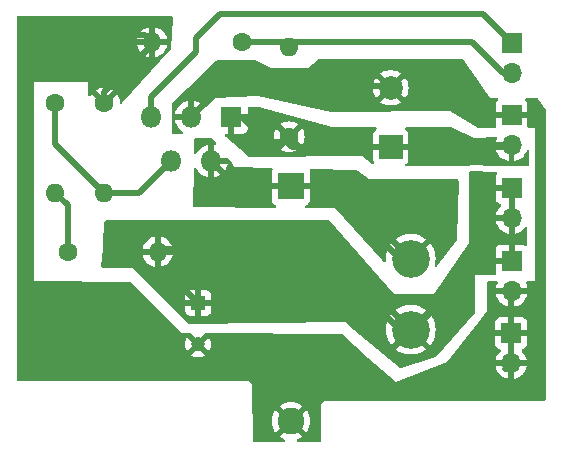
<source format=gbr>
%TF.GenerationSoftware,KiCad,Pcbnew,8.0.8*%
%TF.CreationDate,2025-04-08T16:04:28-04:00*%
%TF.ProjectId,Power System,506f7765-7220-4537-9973-74656d2e6b69,rev?*%
%TF.SameCoordinates,Original*%
%TF.FileFunction,Copper,L2,Bot*%
%TF.FilePolarity,Positive*%
%FSLAX46Y46*%
G04 Gerber Fmt 4.6, Leading zero omitted, Abs format (unit mm)*
G04 Created by KiCad (PCBNEW 8.0.8) date 2025-04-08 16:04:28*
%MOMM*%
%LPD*%
G01*
G04 APERTURE LIST*
%TA.AperFunction,ComponentPad*%
%ADD10R,1.200000X1.200000*%
%TD*%
%TA.AperFunction,ComponentPad*%
%ADD11C,1.200000*%
%TD*%
%TA.AperFunction,ComponentPad*%
%ADD12C,1.600000*%
%TD*%
%TA.AperFunction,ComponentPad*%
%ADD13O,1.600000X1.600000*%
%TD*%
%TA.AperFunction,ComponentPad*%
%ADD14C,3.200000*%
%TD*%
%TA.AperFunction,ComponentPad*%
%ADD15R,1.700000X1.700000*%
%TD*%
%TA.AperFunction,ComponentPad*%
%ADD16O,1.700000X1.700000*%
%TD*%
%TA.AperFunction,ComponentPad*%
%ADD17R,2.250000X2.250000*%
%TD*%
%TA.AperFunction,ComponentPad*%
%ADD18C,2.250000*%
%TD*%
%TA.AperFunction,ComponentPad*%
%ADD19R,1.800000X1.800000*%
%TD*%
%TA.AperFunction,ComponentPad*%
%ADD20O,1.800000X1.800000*%
%TD*%
%TA.AperFunction,ComponentPad*%
%ADD21R,2.000000X2.000000*%
%TD*%
%TA.AperFunction,ComponentPad*%
%ADD22C,2.000000*%
%TD*%
%TA.AperFunction,Conductor*%
%ADD23C,0.550000*%
%TD*%
G04 APERTURE END LIST*
D10*
%TO.P,C2,1*%
%TO.N,Net-(J2-Pin_1)*%
X175900000Y-46187500D03*
D11*
%TO.P,C2,2*%
%TO.N,GNDREF*%
X175900000Y-49687500D03*
%TD*%
D12*
%TO.P,R3,1*%
%TO.N,GNDREF*%
X167950000Y-29250000D03*
D13*
%TO.P,R3,2*%
%TO.N,Net-(U1-FB)*%
X167950000Y-36870000D03*
%TD*%
D12*
%TO.P,R2,1*%
%TO.N,Net-(J5-Pin_2)*%
X179610000Y-24100000D03*
D13*
%TO.P,R2,2*%
%TO.N,GNDREF*%
X171990000Y-24100000D03*
%TD*%
D14*
%TO.P,L1,1,1*%
%TO.N,Net-(J2-Pin_1)*%
X193900000Y-48450000D03*
%TO.P,L1,2,2*%
%TO.N,Net-(D1-K)*%
X193900000Y-42450000D03*
%TD*%
D12*
%TO.P,R1,1*%
%TO.N,+6V*%
X183600000Y-32110000D03*
D13*
%TO.P,R1,2*%
%TO.N,Net-(J5-Pin_2)*%
X183600000Y-24490000D03*
%TD*%
D15*
%TO.P,J2,1,Pin_1*%
%TO.N,Net-(J2-Pin_1)*%
X202425000Y-36450000D03*
D16*
%TO.P,J2,2,Pin_2*%
X202425000Y-38990000D03*
%TD*%
D12*
%TO.P,R2-2,1*%
%TO.N,Net-(R2-1-Pad2)*%
X164840000Y-41850000D03*
D13*
%TO.P,R2-2,2*%
%TO.N,Net-(J2-Pin_1)*%
X172460000Y-41850000D03*
%TD*%
D17*
%TO.P,D1,1,K*%
%TO.N,Net-(D1-K)*%
X183750000Y-36300000D03*
D18*
%TO.P,D1,2,A*%
%TO.N,GNDREF*%
X183750000Y-56200000D03*
%TD*%
D15*
%TO.P,J1,1,Pin_1*%
%TO.N,GNDREF*%
X202425000Y-30310000D03*
D16*
%TO.P,J1,2,Pin_2*%
%TO.N,+6V*%
X202425000Y-32850000D03*
%TD*%
D19*
%TO.P,U1,1,VIN*%
%TO.N,+6V*%
X178700000Y-30450000D03*
D20*
%TO.P,U1,2,OUT*%
%TO.N,Net-(D1-K)*%
X177000000Y-34150000D03*
%TO.P,U1,3,GND*%
%TO.N,GNDREF*%
X175300000Y-30450000D03*
%TO.P,U1,4,FB*%
%TO.N,Net-(U1-FB)*%
X173600000Y-34150000D03*
%TO.P,U1,5,~{ON}/OFF*%
%TO.N,Net-(J5-Pin_1)*%
X171900000Y-30450000D03*
%TD*%
D15*
%TO.P,J3,1,Pin_1*%
%TO.N,Net-(J2-Pin_1)*%
X202425000Y-42610000D03*
D16*
%TO.P,J3,2,Pin_2*%
%TO.N,GNDREF*%
X202425000Y-45150000D03*
%TD*%
D12*
%TO.P,R2-1,1*%
%TO.N,Net-(U1-FB)*%
X163800000Y-29240000D03*
D13*
%TO.P,R2-1,2*%
%TO.N,Net-(R2-1-Pad2)*%
X163800000Y-36860000D03*
%TD*%
D15*
%TO.P,J5,1,Pin_1*%
%TO.N,Net-(J5-Pin_1)*%
X202425000Y-24200000D03*
D16*
%TO.P,J5,2,Pin_2*%
%TO.N,Net-(J5-Pin_2)*%
X202425000Y-26740000D03*
%TD*%
D15*
%TO.P,J4,1,Pin_1*%
%TO.N,GNDREF*%
X202400000Y-48750000D03*
D16*
%TO.P,J4,2,Pin_2*%
X202400000Y-51290000D03*
%TD*%
D21*
%TO.P,C1,1*%
%TO.N,+6V*%
X192200000Y-32967677D03*
D22*
%TO.P,C1,2*%
%TO.N,GNDREF*%
X192200000Y-27967677D03*
%TD*%
D23*
%TO.N,GNDREF*%
X171377500Y-23487500D02*
X162200000Y-23487500D01*
X171990000Y-24100000D02*
X171377500Y-23487500D01*
X177900000Y-27850000D02*
X175300000Y-30450000D01*
X167950000Y-28350000D02*
X167950000Y-29250000D01*
X202400000Y-51290000D02*
X202400000Y-48750000D01*
X203175000Y-45190000D02*
X204535000Y-45190000D01*
X202400000Y-51290000D02*
X202400000Y-45175000D01*
X203135000Y-45150000D02*
X203175000Y-45190000D01*
X171990000Y-24100000D02*
X171990000Y-24310000D01*
X192250000Y-27850000D02*
X177900000Y-27850000D01*
X202400000Y-45175000D02*
X202425000Y-45150000D01*
X171990000Y-24310000D02*
X167950000Y-28350000D01*
X202425000Y-45150000D02*
X203135000Y-45150000D01*
X201900000Y-51790000D02*
X202400000Y-51290000D01*
X201150000Y-51290000D02*
X202400000Y-51290000D01*
%TO.N,+6V*%
X179600000Y-30450000D02*
X181710000Y-32560000D01*
X183857677Y-32967677D02*
X202307323Y-32967677D01*
X181710000Y-32560000D02*
X183450000Y-32560000D01*
X202307323Y-32967677D02*
X202425000Y-32850000D01*
X178700000Y-30450000D02*
X179600000Y-30450000D01*
X183450000Y-32560000D02*
X183857677Y-32967677D01*
%TO.N,Net-(J2-Pin_1)*%
X193450000Y-49050000D02*
X199890000Y-42610000D01*
X176050000Y-41600000D02*
X186050000Y-41600000D01*
X202425000Y-36450000D02*
X202425000Y-42610000D01*
X175900000Y-46187500D02*
X174650000Y-44937500D01*
X173587500Y-44937500D02*
X172460000Y-43810000D01*
X174650000Y-44937500D02*
X173587500Y-44937500D01*
X172900000Y-41600000D02*
X176050000Y-41600000D01*
X172460000Y-43810000D02*
X172460000Y-41850000D01*
X186050000Y-41600000D02*
X193450000Y-49000000D01*
X193450000Y-49000000D02*
X193450000Y-49050000D01*
X199890000Y-42610000D02*
X202425000Y-42610000D01*
%TO.N,Net-(D1-K)*%
X186750000Y-36250000D02*
X192950000Y-42450000D01*
X192950000Y-42450000D02*
X193900000Y-42450000D01*
X179100000Y-36250000D02*
X186750000Y-36250000D01*
X177000000Y-34150000D02*
X179100000Y-36250000D01*
%TO.N,Net-(J5-Pin_2)*%
X179610000Y-24100000D02*
X199075000Y-24100000D01*
X201715000Y-26740000D02*
X202425000Y-26740000D01*
X199075000Y-24100000D02*
X199675000Y-24700000D01*
X199675000Y-24700000D02*
X201715000Y-26740000D01*
%TO.N,Net-(J5-Pin_1)*%
X177750000Y-21750000D02*
X199975000Y-21750000D01*
X171900000Y-28750000D02*
X175750000Y-24900000D01*
X171900000Y-30450000D02*
X171900000Y-28750000D01*
X175750000Y-23750000D02*
X177750000Y-21750000D01*
X175750000Y-24900000D02*
X175750000Y-23750000D01*
X199975000Y-21750000D02*
X202425000Y-24200000D01*
%TO.N,Net-(U1-FB)*%
X163800000Y-29240000D02*
X163800000Y-32720000D01*
X173600000Y-34150000D02*
X170880000Y-36870000D01*
X163800000Y-32720000D02*
X167950000Y-36870000D01*
X170880000Y-36870000D02*
X167950000Y-36870000D01*
%TO.N,Net-(R2-1-Pad2)*%
X164840000Y-37900000D02*
X163800000Y-36860000D01*
X164840000Y-41850000D02*
X164840000Y-37900000D01*
%TD*%
%TA.AperFunction,Conductor*%
%TO.N,+6V*%
G36*
X197280671Y-31303722D02*
G01*
X199288396Y-32207199D01*
X199288399Y-32207199D01*
X199288400Y-32207200D01*
X199288400Y-32207199D01*
X199288401Y-32207200D01*
X199383385Y-32201259D01*
X201085324Y-32094809D01*
X201153459Y-32110270D01*
X201202421Y-32160115D01*
X201216662Y-32228518D01*
X201205445Y-32270971D01*
X201151568Y-32386511D01*
X201151567Y-32386513D01*
X201094364Y-32599999D01*
X201094364Y-32600000D01*
X201991988Y-32600000D01*
X201959075Y-32657007D01*
X201925000Y-32784174D01*
X201925000Y-32915826D01*
X201959075Y-33042993D01*
X201991988Y-33100000D01*
X201094364Y-33100000D01*
X201151567Y-33313486D01*
X201151570Y-33313492D01*
X201251399Y-33527578D01*
X201386894Y-33721082D01*
X201553917Y-33888105D01*
X201747421Y-34023600D01*
X201961507Y-34123429D01*
X201961516Y-34123433D01*
X202175000Y-34180634D01*
X202175000Y-33283012D01*
X202232007Y-33315925D01*
X202359174Y-33350000D01*
X202490826Y-33350000D01*
X202617993Y-33315925D01*
X202675000Y-33283012D01*
X202675000Y-34180633D01*
X202888483Y-34123433D01*
X202888492Y-34123429D01*
X203102578Y-34023600D01*
X203296082Y-33888105D01*
X203463105Y-33721082D01*
X203598600Y-33527578D01*
X203698429Y-33313492D01*
X203698435Y-33313478D01*
X203700725Y-33304932D01*
X203737088Y-33245271D01*
X203799935Y-33214740D01*
X203869310Y-33223034D01*
X203923189Y-33267518D01*
X203944465Y-33334070D01*
X203944500Y-33337023D01*
X203944500Y-34486000D01*
X203924815Y-34553039D01*
X203872011Y-34598794D01*
X203820500Y-34610000D01*
X201294179Y-34610000D01*
X201257565Y-34604471D01*
X201244716Y-34600500D01*
X201242655Y-34599795D01*
X201241203Y-34599413D01*
X201099092Y-34576928D01*
X201099098Y-34576928D01*
X198932890Y-34546326D01*
X198821782Y-34557083D01*
X198821775Y-34557084D01*
X198768514Y-34568278D01*
X198666759Y-34601748D01*
X198627888Y-34607956D01*
X193558386Y-34602770D01*
X193491367Y-34583017D01*
X193445666Y-34530166D01*
X193435793Y-34460997D01*
X193464883Y-34397471D01*
X193484202Y-34379503D01*
X193557191Y-34324863D01*
X193643350Y-34209770D01*
X193643354Y-34209763D01*
X193693596Y-34075056D01*
X193693598Y-34075049D01*
X193699999Y-34015521D01*
X193700000Y-34015504D01*
X193700000Y-33217677D01*
X192633012Y-33217677D01*
X192665925Y-33160670D01*
X192700000Y-33033503D01*
X192700000Y-32901851D01*
X192665925Y-32774684D01*
X192633012Y-32717677D01*
X193700000Y-32717677D01*
X193700000Y-31919849D01*
X193699999Y-31919832D01*
X193693598Y-31860304D01*
X193693596Y-31860297D01*
X193643354Y-31725590D01*
X193643350Y-31725583D01*
X193557190Y-31610489D01*
X193557187Y-31610486D01*
X193434989Y-31519008D01*
X193436218Y-31517365D01*
X193395080Y-31476228D01*
X193380228Y-31407955D01*
X193404644Y-31342491D01*
X193460577Y-31300619D01*
X193503912Y-31292800D01*
X197229786Y-31292800D01*
X197280671Y-31303722D01*
G37*
%TD.AperFunction*%
%TA.AperFunction,Conductor*%
G36*
X180987342Y-29615694D02*
G01*
X181013025Y-29619815D01*
X187197996Y-31292799D01*
X187197998Y-31292800D01*
X187198000Y-31292800D01*
X190896088Y-31292800D01*
X190963127Y-31312485D01*
X191008882Y-31365289D01*
X191018826Y-31434447D01*
X190989801Y-31498003D01*
X190964530Y-31518366D01*
X190965011Y-31519008D01*
X190842812Y-31610486D01*
X190842809Y-31610489D01*
X190756649Y-31725583D01*
X190756645Y-31725590D01*
X190706403Y-31860297D01*
X190706401Y-31860304D01*
X190700000Y-31919832D01*
X190700000Y-32717677D01*
X191766988Y-32717677D01*
X191734075Y-32774684D01*
X191700000Y-32901851D01*
X191700000Y-33033503D01*
X191734075Y-33160670D01*
X191766988Y-33217677D01*
X190700000Y-33217677D01*
X190700000Y-34015521D01*
X190706401Y-34075049D01*
X190706403Y-34075056D01*
X190756645Y-34209763D01*
X190756649Y-34209770D01*
X190757510Y-34210920D01*
X190758011Y-34212265D01*
X190760897Y-34217549D01*
X190760137Y-34217963D01*
X190781928Y-34276384D01*
X190767077Y-34344657D01*
X190717672Y-34394063D01*
X190649399Y-34408915D01*
X190583935Y-34384499D01*
X190580223Y-34381609D01*
X189800000Y-33750000D01*
X180247695Y-33835572D01*
X180180482Y-33816489D01*
X180164312Y-33804352D01*
X179470431Y-33189024D01*
X178253656Y-32109997D01*
X182295034Y-32109997D01*
X182295034Y-32110002D01*
X182314858Y-32336599D01*
X182314860Y-32336610D01*
X182373730Y-32556317D01*
X182373735Y-32556331D01*
X182469863Y-32762478D01*
X182520974Y-32835472D01*
X183200000Y-32156446D01*
X183200000Y-32162661D01*
X183227259Y-32264394D01*
X183279920Y-32355606D01*
X183354394Y-32430080D01*
X183445606Y-32482741D01*
X183547339Y-32510000D01*
X183553553Y-32510000D01*
X182874526Y-33189025D01*
X182947513Y-33240132D01*
X182947521Y-33240136D01*
X183153668Y-33336264D01*
X183153682Y-33336269D01*
X183373389Y-33395139D01*
X183373400Y-33395141D01*
X183599998Y-33414966D01*
X183600002Y-33414966D01*
X183826599Y-33395141D01*
X183826610Y-33395139D01*
X184046317Y-33336269D01*
X184046331Y-33336264D01*
X184252478Y-33240136D01*
X184325471Y-33189024D01*
X183646447Y-32510000D01*
X183652661Y-32510000D01*
X183754394Y-32482741D01*
X183845606Y-32430080D01*
X183920080Y-32355606D01*
X183972741Y-32264394D01*
X184000000Y-32162661D01*
X184000000Y-32156447D01*
X184679024Y-32835471D01*
X184730136Y-32762478D01*
X184826264Y-32556331D01*
X184826269Y-32556317D01*
X184885139Y-32336610D01*
X184885141Y-32336599D01*
X184904966Y-32110002D01*
X184904966Y-32109997D01*
X184885141Y-31883400D01*
X184885139Y-31883389D01*
X184826269Y-31663682D01*
X184826264Y-31663668D01*
X184730136Y-31457521D01*
X184730132Y-31457513D01*
X184679025Y-31384526D01*
X184000000Y-32063551D01*
X184000000Y-32057339D01*
X183972741Y-31955606D01*
X183920080Y-31864394D01*
X183845606Y-31789920D01*
X183754394Y-31737259D01*
X183652661Y-31710000D01*
X183646445Y-31710000D01*
X184325472Y-31030974D01*
X184252478Y-30979863D01*
X184046331Y-30883735D01*
X184046317Y-30883730D01*
X183826610Y-30824860D01*
X183826599Y-30824858D01*
X183600002Y-30805034D01*
X183599998Y-30805034D01*
X183373400Y-30824858D01*
X183373389Y-30824860D01*
X183153682Y-30883730D01*
X183153673Y-30883734D01*
X182947516Y-30979866D01*
X182947512Y-30979868D01*
X182874526Y-31030973D01*
X182874526Y-31030974D01*
X183553553Y-31710000D01*
X183547339Y-31710000D01*
X183445606Y-31737259D01*
X183354394Y-31789920D01*
X183279920Y-31864394D01*
X183227259Y-31955606D01*
X183200000Y-32057339D01*
X183200000Y-32063552D01*
X182520974Y-31384526D01*
X182520973Y-31384526D01*
X182469868Y-31457512D01*
X182469866Y-31457516D01*
X182373734Y-31663673D01*
X182373730Y-31663682D01*
X182314860Y-31883389D01*
X182314858Y-31883400D01*
X182295034Y-32109997D01*
X178253656Y-32109997D01*
X178204915Y-32066774D01*
X178167818Y-32007568D01*
X178168619Y-31937703D01*
X178207066Y-31879362D01*
X178270950Y-31851068D01*
X178287188Y-31850000D01*
X178450000Y-31850000D01*
X178450000Y-30940747D01*
X178487708Y-30962518D01*
X178627591Y-31000000D01*
X178772409Y-31000000D01*
X178912292Y-30962518D01*
X178950000Y-30940747D01*
X178950000Y-31850000D01*
X179647828Y-31850000D01*
X179647844Y-31849999D01*
X179707372Y-31843598D01*
X179707379Y-31843596D01*
X179842086Y-31793354D01*
X179842093Y-31793350D01*
X179957187Y-31707190D01*
X179957190Y-31707187D01*
X180043350Y-31592093D01*
X180043354Y-31592086D01*
X180093596Y-31457379D01*
X180093598Y-31457372D01*
X180099999Y-31397844D01*
X180100000Y-31397827D01*
X180100000Y-30700000D01*
X179190748Y-30700000D01*
X179212518Y-30662292D01*
X179250000Y-30522409D01*
X179250000Y-30377591D01*
X179212518Y-30237708D01*
X179190748Y-30200000D01*
X180100000Y-30200000D01*
X180100000Y-29698612D01*
X180119685Y-29631573D01*
X180172489Y-29585818D01*
X180230688Y-29574793D01*
X180987342Y-29615694D01*
G37*
%TD.AperFunction*%
%TD*%
%TA.AperFunction,Conductor*%
%TO.N,Net-(J2-Pin_1)*%
G36*
X201091951Y-35082378D02*
G01*
X201158703Y-35103008D01*
X201203708Y-35156453D01*
X201212673Y-35225745D01*
X201189464Y-35280677D01*
X201131647Y-35357910D01*
X201131645Y-35357913D01*
X201081403Y-35492620D01*
X201081401Y-35492627D01*
X201075000Y-35552155D01*
X201075000Y-36200000D01*
X201991988Y-36200000D01*
X201959075Y-36257007D01*
X201925000Y-36384174D01*
X201925000Y-36515826D01*
X201959075Y-36642993D01*
X201991988Y-36700000D01*
X201075000Y-36700000D01*
X201075000Y-37347844D01*
X201081401Y-37407372D01*
X201081403Y-37407379D01*
X201131645Y-37542086D01*
X201131649Y-37542093D01*
X201217809Y-37657187D01*
X201217812Y-37657190D01*
X201332906Y-37743350D01*
X201332913Y-37743354D01*
X201464986Y-37792614D01*
X201520920Y-37834485D01*
X201545337Y-37899949D01*
X201530486Y-37968222D01*
X201509335Y-37996477D01*
X201386886Y-38118926D01*
X201251400Y-38312420D01*
X201251399Y-38312422D01*
X201151570Y-38526507D01*
X201151567Y-38526513D01*
X201094364Y-38739999D01*
X201094364Y-38740000D01*
X201991988Y-38740000D01*
X201959075Y-38797007D01*
X201925000Y-38924174D01*
X201925000Y-39055826D01*
X201959075Y-39182993D01*
X201991988Y-39240000D01*
X201094364Y-39240000D01*
X201151567Y-39453486D01*
X201151570Y-39453492D01*
X201251399Y-39667578D01*
X201386894Y-39861082D01*
X201553917Y-40028105D01*
X201747421Y-40163600D01*
X201961507Y-40263429D01*
X201961516Y-40263433D01*
X202175000Y-40320634D01*
X202175000Y-39423012D01*
X202232007Y-39455925D01*
X202359174Y-39490000D01*
X202490826Y-39490000D01*
X202617993Y-39455925D01*
X202675000Y-39423012D01*
X202675000Y-40320633D01*
X202888483Y-40263433D01*
X202888492Y-40263429D01*
X203102578Y-40163600D01*
X203296082Y-40028105D01*
X203463105Y-39861082D01*
X203529425Y-39766369D01*
X203584002Y-39722745D01*
X203653501Y-39715552D01*
X203715855Y-39747074D01*
X203751269Y-39807304D01*
X203755000Y-39837493D01*
X203755000Y-41247024D01*
X203735315Y-41314063D01*
X203682511Y-41359818D01*
X203613353Y-41369762D01*
X203556690Y-41346291D01*
X203517093Y-41316649D01*
X203517086Y-41316645D01*
X203382379Y-41266403D01*
X203382372Y-41266401D01*
X203322844Y-41260000D01*
X202675000Y-41260000D01*
X202675000Y-42176988D01*
X202617993Y-42144075D01*
X202490826Y-42110000D01*
X202359174Y-42110000D01*
X202232007Y-42144075D01*
X202175000Y-42176988D01*
X202175000Y-41260000D01*
X201527155Y-41260000D01*
X201467627Y-41266401D01*
X201467620Y-41266403D01*
X201332913Y-41316645D01*
X201332906Y-41316649D01*
X201217812Y-41402809D01*
X201217809Y-41402812D01*
X201131649Y-41517906D01*
X201131645Y-41517913D01*
X201081403Y-41652620D01*
X201081401Y-41652627D01*
X201075000Y-41712155D01*
X201075000Y-42360000D01*
X201991988Y-42360000D01*
X201959075Y-42417007D01*
X201925000Y-42544174D01*
X201925000Y-42675826D01*
X201959075Y-42802993D01*
X201991988Y-42860000D01*
X201075000Y-42860000D01*
X201075000Y-43507844D01*
X201081401Y-43567372D01*
X201081403Y-43567380D01*
X201116927Y-43662625D01*
X201121911Y-43732317D01*
X201088426Y-43793640D01*
X201027102Y-43827124D01*
X200998493Y-43829938D01*
X199350000Y-43800000D01*
X199350000Y-46953209D01*
X199330315Y-47020248D01*
X199319088Y-47035127D01*
X196072332Y-50724622D01*
X196017876Y-50760532D01*
X193065579Y-51728498D01*
X192995744Y-51730680D01*
X192947168Y-51705598D01*
X189073418Y-48450000D01*
X191795093Y-48450000D01*
X191814697Y-48736618D01*
X191814698Y-48736619D01*
X191873145Y-49017885D01*
X191873150Y-49017902D01*
X191969355Y-49288595D01*
X192101527Y-49543677D01*
X192101531Y-49543683D01*
X192246867Y-49749576D01*
X192246868Y-49749577D01*
X193184152Y-48812292D01*
X193191049Y-48828942D01*
X193278599Y-48959970D01*
X193390030Y-49071401D01*
X193521058Y-49158951D01*
X193537706Y-49165846D01*
X192602198Y-50101353D01*
X192686144Y-50169647D01*
X192686146Y-50169648D01*
X192931607Y-50318917D01*
X193195108Y-50433371D01*
X193471737Y-50510879D01*
X193471744Y-50510880D01*
X193756355Y-50550000D01*
X194043645Y-50550000D01*
X194328255Y-50510880D01*
X194328262Y-50510879D01*
X194604891Y-50433371D01*
X194868392Y-50318917D01*
X195113854Y-50169648D01*
X195197800Y-50101353D01*
X194262293Y-49165847D01*
X194278942Y-49158951D01*
X194409970Y-49071401D01*
X194521401Y-48959970D01*
X194608951Y-48828942D01*
X194615847Y-48812293D01*
X195553130Y-49749576D01*
X195553131Y-49749576D01*
X195698472Y-49543676D01*
X195830644Y-49288595D01*
X195926849Y-49017902D01*
X195926854Y-49017885D01*
X195985301Y-48736619D01*
X195985302Y-48736618D01*
X196004906Y-48450000D01*
X195985302Y-48163381D01*
X195985301Y-48163380D01*
X195926854Y-47882114D01*
X195926849Y-47882097D01*
X195830644Y-47611404D01*
X195698472Y-47356323D01*
X195553130Y-47150422D01*
X194615846Y-48087705D01*
X194608951Y-48071058D01*
X194521401Y-47940030D01*
X194409970Y-47828599D01*
X194278942Y-47741049D01*
X194262293Y-47734152D01*
X195197800Y-46798645D01*
X195113862Y-46730357D01*
X195113853Y-46730351D01*
X194868392Y-46581082D01*
X194604891Y-46466628D01*
X194328262Y-46389120D01*
X194328255Y-46389119D01*
X194043645Y-46350000D01*
X193756355Y-46350000D01*
X193471744Y-46389119D01*
X193471737Y-46389120D01*
X193195108Y-46466628D01*
X192931610Y-46581081D01*
X192686140Y-46730355D01*
X192686137Y-46730357D01*
X192602199Y-46798645D01*
X193537706Y-47734152D01*
X193521058Y-47741049D01*
X193390030Y-47828599D01*
X193278599Y-47940030D01*
X193191049Y-48071058D01*
X193184153Y-48087706D01*
X192246868Y-47150421D01*
X192246867Y-47150421D01*
X192101531Y-47356316D01*
X192101527Y-47356322D01*
X191969355Y-47611404D01*
X191873150Y-47882097D01*
X191873145Y-47882114D01*
X191814698Y-48163380D01*
X191814697Y-48163381D01*
X191795093Y-48450000D01*
X189073418Y-48450000D01*
X188299999Y-47799999D01*
X175151800Y-47949411D01*
X175084541Y-47930489D01*
X175063175Y-47913563D01*
X172664013Y-45539655D01*
X174800000Y-45539655D01*
X174800000Y-45937500D01*
X175553590Y-45937500D01*
X175503963Y-46023456D01*
X175475000Y-46131548D01*
X175475000Y-46243452D01*
X175503963Y-46351544D01*
X175553590Y-46437500D01*
X174800000Y-46437500D01*
X174800000Y-46835344D01*
X174806401Y-46894872D01*
X174806403Y-46894879D01*
X174856645Y-47029586D01*
X174856649Y-47029593D01*
X174942809Y-47144687D01*
X174942812Y-47144690D01*
X175057906Y-47230850D01*
X175057913Y-47230854D01*
X175192620Y-47281096D01*
X175192627Y-47281098D01*
X175252155Y-47287499D01*
X175252172Y-47287500D01*
X175650000Y-47287500D01*
X175650000Y-46533909D01*
X175735956Y-46583537D01*
X175844048Y-46612500D01*
X175955952Y-46612500D01*
X176064044Y-46583537D01*
X176150000Y-46533909D01*
X176150000Y-47287500D01*
X176547828Y-47287500D01*
X176547844Y-47287499D01*
X176607372Y-47281098D01*
X176607379Y-47281096D01*
X176742086Y-47230854D01*
X176742093Y-47230850D01*
X176857187Y-47144690D01*
X176857190Y-47144687D01*
X176943350Y-47029593D01*
X176943354Y-47029586D01*
X176993596Y-46894879D01*
X176993598Y-46894872D01*
X176999999Y-46835344D01*
X177000000Y-46835327D01*
X177000000Y-46437500D01*
X176246410Y-46437500D01*
X176296037Y-46351544D01*
X176325000Y-46243452D01*
X176325000Y-46131548D01*
X176296037Y-46023456D01*
X176246410Y-45937500D01*
X177000000Y-45937500D01*
X177000000Y-45539672D01*
X176999999Y-45539655D01*
X176993598Y-45480127D01*
X176993596Y-45480120D01*
X176943354Y-45345413D01*
X176943350Y-45345406D01*
X176857190Y-45230312D01*
X176857187Y-45230309D01*
X176742093Y-45144149D01*
X176742086Y-45144145D01*
X176607379Y-45093903D01*
X176607372Y-45093901D01*
X176547844Y-45087500D01*
X176150000Y-45087500D01*
X176150000Y-45841090D01*
X176064044Y-45791463D01*
X175955952Y-45762500D01*
X175844048Y-45762500D01*
X175735956Y-45791463D01*
X175650000Y-45841090D01*
X175650000Y-45087500D01*
X175252155Y-45087500D01*
X175192627Y-45093901D01*
X175192620Y-45093903D01*
X175057913Y-45144145D01*
X175057906Y-45144149D01*
X174942812Y-45230309D01*
X174942809Y-45230312D01*
X174856649Y-45345406D01*
X174856645Y-45345413D01*
X174806403Y-45480120D01*
X174806401Y-45480127D01*
X174800000Y-45539655D01*
X172664013Y-45539655D01*
X170350000Y-43250000D01*
X170349999Y-43250000D01*
X167831890Y-43250000D01*
X167764851Y-43230315D01*
X167719096Y-43177511D01*
X167708126Y-43118360D01*
X167801852Y-41599999D01*
X171181127Y-41599999D01*
X171181128Y-41600000D01*
X172144314Y-41600000D01*
X172139920Y-41604394D01*
X172087259Y-41695606D01*
X172060000Y-41797339D01*
X172060000Y-41902661D01*
X172087259Y-42004394D01*
X172139920Y-42095606D01*
X172144314Y-42100000D01*
X171181128Y-42100000D01*
X171233730Y-42296317D01*
X171233734Y-42296326D01*
X171329865Y-42502482D01*
X171460342Y-42688820D01*
X171621179Y-42849657D01*
X171807517Y-42980134D01*
X172013673Y-43076265D01*
X172013682Y-43076269D01*
X172209999Y-43128872D01*
X172210000Y-43128871D01*
X172210000Y-42165686D01*
X172214394Y-42170080D01*
X172305606Y-42222741D01*
X172407339Y-42250000D01*
X172512661Y-42250000D01*
X172614394Y-42222741D01*
X172705606Y-42170080D01*
X172710000Y-42165686D01*
X172710000Y-43128872D01*
X172906317Y-43076269D01*
X172906326Y-43076265D01*
X173112482Y-42980134D01*
X173298820Y-42849657D01*
X173459657Y-42688820D01*
X173590134Y-42502482D01*
X173686265Y-42296326D01*
X173686269Y-42296317D01*
X173738872Y-42100000D01*
X172775686Y-42100000D01*
X172780080Y-42095606D01*
X172832741Y-42004394D01*
X172860000Y-41902661D01*
X172860000Y-41797339D01*
X172832741Y-41695606D01*
X172780080Y-41604394D01*
X172775686Y-41600000D01*
X173738872Y-41600000D01*
X173738872Y-41599999D01*
X173686269Y-41403682D01*
X173686265Y-41403673D01*
X173590134Y-41197517D01*
X173459657Y-41011179D01*
X173298820Y-40850342D01*
X173112482Y-40719865D01*
X172906328Y-40623734D01*
X172710000Y-40571127D01*
X172710000Y-41534314D01*
X172705606Y-41529920D01*
X172614394Y-41477259D01*
X172512661Y-41450000D01*
X172407339Y-41450000D01*
X172305606Y-41477259D01*
X172214394Y-41529920D01*
X172210000Y-41534314D01*
X172210000Y-40571127D01*
X172013671Y-40623734D01*
X171807517Y-40719865D01*
X171621179Y-40850342D01*
X171460342Y-41011179D01*
X171329865Y-41197517D01*
X171233734Y-41403673D01*
X171233730Y-41403682D01*
X171181127Y-41599999D01*
X167801852Y-41599999D01*
X167822444Y-41266401D01*
X167942817Y-39316359D01*
X167966594Y-39250661D01*
X168022117Y-39208246D01*
X168066581Y-39200000D01*
X186943944Y-39200000D01*
X187010983Y-39219685D01*
X187037032Y-39242082D01*
X187560994Y-39837493D01*
X192500000Y-45450000D01*
X195849999Y-45450000D01*
X195850000Y-45450000D01*
X198800000Y-41100000D01*
X198800000Y-35175764D01*
X198819685Y-35108725D01*
X198872489Y-35062970D01*
X198925749Y-35051776D01*
X201091951Y-35082378D01*
G37*
%TD.AperFunction*%
%TA.AperFunction,Conductor*%
G36*
X202675000Y-38556988D02*
G01*
X202617993Y-38524075D01*
X202490826Y-38490000D01*
X202359174Y-38490000D01*
X202232007Y-38524075D01*
X202175000Y-38556988D01*
X202175000Y-36883012D01*
X202232007Y-36915925D01*
X202359174Y-36950000D01*
X202490826Y-36950000D01*
X202617993Y-36915925D01*
X202675000Y-36883012D01*
X202675000Y-38556988D01*
G37*
%TD.AperFunction*%
%TD*%
%TA.AperFunction,Conductor*%
%TO.N,Net-(D1-K)*%
G36*
X189289490Y-34946288D02*
G01*
X189354573Y-34967002D01*
X189463355Y-35039389D01*
X190398400Y-35661600D01*
X197823151Y-35711546D01*
X197890055Y-35731681D01*
X197935453Y-35784791D01*
X197946261Y-35839197D01*
X197801115Y-40762178D01*
X197779463Y-40828609D01*
X197777958Y-40830756D01*
X196152471Y-43098876D01*
X196097420Y-43141901D01*
X196027847Y-43148332D01*
X195965841Y-43116128D01*
X195931089Y-43055513D01*
X195930276Y-43001415D01*
X195985302Y-42736617D01*
X196004906Y-42450000D01*
X195985302Y-42163381D01*
X195985301Y-42163380D01*
X195926854Y-41882114D01*
X195926849Y-41882097D01*
X195830644Y-41611404D01*
X195698472Y-41356323D01*
X195553130Y-41150422D01*
X194615846Y-42087705D01*
X194608951Y-42071058D01*
X194521401Y-41940030D01*
X194409970Y-41828599D01*
X194278942Y-41741049D01*
X194262293Y-41734152D01*
X195197800Y-40798645D01*
X195113862Y-40730357D01*
X195113853Y-40730351D01*
X194868392Y-40581082D01*
X194604891Y-40466628D01*
X194328262Y-40389120D01*
X194328255Y-40389119D01*
X194043645Y-40350000D01*
X193756355Y-40350000D01*
X193471744Y-40389119D01*
X193471737Y-40389120D01*
X193195108Y-40466628D01*
X192931610Y-40581081D01*
X192686140Y-40730355D01*
X192686137Y-40730357D01*
X192602199Y-40798645D01*
X193537706Y-41734152D01*
X193521058Y-41741049D01*
X193390030Y-41828599D01*
X193278599Y-41940030D01*
X193191049Y-42071058D01*
X193184153Y-42087706D01*
X192246868Y-41150421D01*
X192246867Y-41150421D01*
X192101531Y-41356316D01*
X192101527Y-41356322D01*
X191969355Y-41611404D01*
X191873150Y-41882097D01*
X191873145Y-41882114D01*
X191814698Y-42163380D01*
X191814697Y-42163381D01*
X191795093Y-42450000D01*
X191805328Y-42599647D01*
X191790264Y-42667873D01*
X191740705Y-42717125D01*
X191672386Y-42731764D01*
X191606998Y-42707143D01*
X191589964Y-42691629D01*
X191481477Y-42572580D01*
X187452000Y-38150800D01*
X187451998Y-38150799D01*
X185073598Y-38140721D01*
X185006642Y-38120752D01*
X184961111Y-38067755D01*
X184951461Y-37998555D01*
X184980755Y-37935123D01*
X185030791Y-37900540D01*
X185117084Y-37868355D01*
X185117093Y-37868350D01*
X185232187Y-37782190D01*
X185232190Y-37782187D01*
X185318350Y-37667093D01*
X185318354Y-37667086D01*
X185368596Y-37532379D01*
X185368598Y-37532372D01*
X185374999Y-37472844D01*
X185375000Y-37472827D01*
X185375000Y-36550000D01*
X184458241Y-36550000D01*
X184471178Y-36518767D01*
X184500000Y-36373869D01*
X184500000Y-36226131D01*
X184471178Y-36081233D01*
X184458241Y-36050000D01*
X185375000Y-36050000D01*
X185375000Y-35127172D01*
X185374999Y-35127155D01*
X185368598Y-35067627D01*
X185368597Y-35067623D01*
X185344165Y-35002118D01*
X185339181Y-34932426D01*
X185372665Y-34871103D01*
X185433988Y-34837618D01*
X185463952Y-34834837D01*
X189289490Y-34946288D01*
G37*
%TD.AperFunction*%
%TA.AperFunction,Conductor*%
G36*
X178742115Y-34347487D02*
G01*
X178968399Y-34645600D01*
X179042853Y-34647769D01*
X182084696Y-34736388D01*
X182151130Y-34758015D01*
X182195328Y-34812129D01*
X182203253Y-34881548D01*
X182184730Y-34924491D01*
X182185897Y-34925128D01*
X182181645Y-34932913D01*
X182131403Y-35067620D01*
X182131401Y-35067627D01*
X182125000Y-35127155D01*
X182125000Y-36050000D01*
X183041759Y-36050000D01*
X183028822Y-36081233D01*
X183000000Y-36226131D01*
X183000000Y-36373869D01*
X183028822Y-36518767D01*
X183041759Y-36550000D01*
X182125000Y-36550000D01*
X182125000Y-37472844D01*
X182131401Y-37532372D01*
X182131403Y-37532379D01*
X182181645Y-37667086D01*
X182181649Y-37667093D01*
X182267809Y-37782187D01*
X182267812Y-37782190D01*
X182382906Y-37868350D01*
X182382915Y-37868355D01*
X182438777Y-37889190D01*
X182494711Y-37931061D01*
X182519129Y-37996525D01*
X182504278Y-38064798D01*
X182454873Y-38114204D01*
X182394920Y-38129371D01*
X175588520Y-38100531D01*
X175521564Y-38080562D01*
X175476033Y-38027565D01*
X175465059Y-37974692D01*
X175465707Y-37931061D01*
X175511693Y-34831740D01*
X175532370Y-34765001D01*
X175585847Y-34720035D01*
X175655145Y-34711118D01*
X175718263Y-34741083D01*
X175749235Y-34783771D01*
X175764516Y-34818609D01*
X175891414Y-35012842D01*
X176048558Y-35183545D01*
X176048562Y-35183548D01*
X176231644Y-35326047D01*
X176231648Y-35326050D01*
X176435697Y-35436476D01*
X176435706Y-35436479D01*
X176655139Y-35511811D01*
X176749999Y-35527640D01*
X176750000Y-35527639D01*
X176750000Y-34640747D01*
X176787708Y-34662518D01*
X176927591Y-34700000D01*
X177072409Y-34700000D01*
X177212292Y-34662518D01*
X177250000Y-34640747D01*
X177250000Y-35527640D01*
X177344860Y-35511811D01*
X177564293Y-35436479D01*
X177564302Y-35436476D01*
X177768351Y-35326050D01*
X177768355Y-35326047D01*
X177951437Y-35183548D01*
X177951441Y-35183545D01*
X178108585Y-35012842D01*
X178235483Y-34818609D01*
X178328682Y-34606135D01*
X178380883Y-34400000D01*
X177490748Y-34400000D01*
X177512518Y-34362292D01*
X177550000Y-34222409D01*
X177550000Y-34077591D01*
X177512518Y-33937708D01*
X177490748Y-33900000D01*
X178402446Y-33900000D01*
X178742115Y-34347487D01*
G37*
%TD.AperFunction*%
%TA.AperFunction,Conductor*%
G36*
X177155486Y-32269685D02*
G01*
X177187216Y-32299029D01*
X177400753Y-32580347D01*
X177425606Y-32645647D01*
X177411210Y-32714017D01*
X177362136Y-32763751D01*
X177293964Y-32779058D01*
X177281576Y-32777627D01*
X177250001Y-32772358D01*
X177250000Y-32772359D01*
X177250000Y-33659252D01*
X177212292Y-33637482D01*
X177072409Y-33600000D01*
X176927591Y-33600000D01*
X176787708Y-33637482D01*
X176750000Y-33659252D01*
X176750000Y-32772359D01*
X176749999Y-32772359D01*
X176655138Y-32788188D01*
X176435706Y-32863520D01*
X176435697Y-32863523D01*
X176231648Y-32973949D01*
X176231644Y-32973952D01*
X176048562Y-33116451D01*
X176048558Y-33116454D01*
X175891414Y-33287157D01*
X175761712Y-33485683D01*
X175760232Y-33484716D01*
X175716459Y-33528799D01*
X175648239Y-33543890D01*
X175582689Y-33519704D01*
X175540621Y-33463918D01*
X175532664Y-33418339D01*
X175548187Y-32372158D01*
X175568864Y-32305420D01*
X175622341Y-32260454D01*
X175672173Y-32250000D01*
X177088447Y-32250000D01*
X177155486Y-32269685D01*
G37*
%TD.AperFunction*%
%TD*%
%TA.AperFunction,Conductor*%
%TO.N,GNDREF*%
G36*
X202650000Y-50856988D02*
G01*
X202592993Y-50824075D01*
X202465826Y-50790000D01*
X202334174Y-50790000D01*
X202207007Y-50824075D01*
X202150000Y-50856988D01*
X202150000Y-49183012D01*
X202207007Y-49215925D01*
X202334174Y-49250000D01*
X202465826Y-49250000D01*
X202592993Y-49215925D01*
X202650000Y-49183012D01*
X202650000Y-50856988D01*
G37*
%TD.AperFunction*%
%TA.AperFunction,Conductor*%
G36*
X173617456Y-21899542D02*
G01*
X173684424Y-21919457D01*
X173729996Y-21972419D01*
X173740721Y-22032221D01*
X173552999Y-24707259D01*
X173528670Y-24772756D01*
X173521253Y-24781772D01*
X169465386Y-29264572D01*
X169405812Y-29301078D01*
X169335958Y-29299580D01*
X169278004Y-29260554D01*
X169250348Y-29196391D01*
X169249908Y-29192186D01*
X169235141Y-29023400D01*
X169235139Y-29023389D01*
X169176269Y-28803682D01*
X169176264Y-28803668D01*
X169080136Y-28597521D01*
X169080132Y-28597513D01*
X169029025Y-28524526D01*
X168350000Y-29203551D01*
X168350000Y-29197339D01*
X168322741Y-29095606D01*
X168270080Y-29004394D01*
X168195606Y-28929920D01*
X168104394Y-28877259D01*
X168002661Y-28850000D01*
X167996445Y-28850000D01*
X168675472Y-28170974D01*
X168602478Y-28119863D01*
X168396331Y-28023735D01*
X168396317Y-28023730D01*
X168176610Y-27964860D01*
X168176599Y-27964858D01*
X167950002Y-27945034D01*
X167949998Y-27945034D01*
X167723400Y-27964858D01*
X167723389Y-27964860D01*
X167503682Y-28023730D01*
X167503673Y-28023734D01*
X167297516Y-28119866D01*
X167297512Y-28119868D01*
X167224526Y-28170973D01*
X167224526Y-28170974D01*
X167903553Y-28850000D01*
X167897339Y-28850000D01*
X167795606Y-28877259D01*
X167704394Y-28929920D01*
X167629920Y-29004394D01*
X167577259Y-29095606D01*
X167550000Y-29197339D01*
X167550000Y-29203552D01*
X166870974Y-28524526D01*
X166870973Y-28524526D01*
X166816761Y-28601951D01*
X166814707Y-28600512D01*
X166771687Y-28641435D01*
X166703064Y-28654575D01*
X166638231Y-28628530D01*
X166597770Y-28571567D01*
X166591004Y-28530068D01*
X166600000Y-27500000D01*
X162000000Y-27500000D01*
X162000000Y-44299999D01*
X162000000Y-44300000D01*
X170099108Y-44399375D01*
X170165900Y-44419881D01*
X170185778Y-44436199D01*
X174399999Y-48699999D01*
X174400000Y-48700000D01*
X175255335Y-48706289D01*
X175289519Y-48723557D01*
X175292373Y-48726321D01*
X175831828Y-49265774D01*
X175735956Y-49291463D01*
X175639044Y-49347416D01*
X175559916Y-49426544D01*
X175503963Y-49523456D01*
X175478274Y-49619328D01*
X174962533Y-49103587D01*
X174960755Y-49105942D01*
X174960754Y-49105943D01*
X174869886Y-49288430D01*
X174869883Y-49288436D01*
X174814097Y-49484507D01*
X174814096Y-49484510D01*
X174795287Y-49687499D01*
X174795287Y-49687500D01*
X174814096Y-49890489D01*
X174814097Y-49890492D01*
X174869883Y-50086563D01*
X174869886Y-50086569D01*
X174960751Y-50269051D01*
X174962533Y-50271411D01*
X175478274Y-49755671D01*
X175503963Y-49851544D01*
X175559916Y-49948456D01*
X175639044Y-50027584D01*
X175735956Y-50083537D01*
X175831827Y-50109225D01*
X175319311Y-50621740D01*
X175407585Y-50676397D01*
X175597678Y-50750039D01*
X175798072Y-50787500D01*
X176001928Y-50787500D01*
X176202322Y-50750039D01*
X176392412Y-50676399D01*
X176392416Y-50676397D01*
X176480686Y-50621741D01*
X176480686Y-50621740D01*
X175968173Y-50109225D01*
X176064044Y-50083537D01*
X176160956Y-50027584D01*
X176240084Y-49948456D01*
X176296037Y-49851544D01*
X176321725Y-49755672D01*
X176837465Y-50271412D01*
X176839247Y-50269053D01*
X176839248Y-50269051D01*
X176930113Y-50086569D01*
X176930116Y-50086563D01*
X176985902Y-49890492D01*
X176985903Y-49890489D01*
X177004713Y-49687500D01*
X177004713Y-49687499D01*
X176985903Y-49484510D01*
X176985902Y-49484507D01*
X176930116Y-49288436D01*
X176930113Y-49288430D01*
X176839249Y-49105949D01*
X176839247Y-49105947D01*
X176837465Y-49103587D01*
X176321725Y-49619327D01*
X176296037Y-49523456D01*
X176240084Y-49426544D01*
X176160956Y-49347416D01*
X176064044Y-49291463D01*
X175968172Y-49265774D01*
X176505283Y-48728663D01*
X176529104Y-48715655D01*
X187953662Y-48799659D01*
X188020555Y-48819836D01*
X188034758Y-48830647D01*
X190298362Y-50826513D01*
X192648811Y-52898952D01*
X192649999Y-52899999D01*
X192650000Y-52900000D01*
X196950000Y-51150000D01*
X199557598Y-47852155D01*
X201050000Y-47852155D01*
X201050000Y-48500000D01*
X201966988Y-48500000D01*
X201934075Y-48557007D01*
X201900000Y-48684174D01*
X201900000Y-48815826D01*
X201934075Y-48942993D01*
X201966988Y-49000000D01*
X201050000Y-49000000D01*
X201050000Y-49647844D01*
X201056401Y-49707372D01*
X201056403Y-49707379D01*
X201106645Y-49842086D01*
X201106649Y-49842093D01*
X201192809Y-49957187D01*
X201192812Y-49957190D01*
X201307906Y-50043350D01*
X201307913Y-50043354D01*
X201439986Y-50092614D01*
X201495920Y-50134485D01*
X201520337Y-50199949D01*
X201505486Y-50268222D01*
X201484335Y-50296477D01*
X201361886Y-50418926D01*
X201226400Y-50612420D01*
X201226399Y-50612422D01*
X201126570Y-50826507D01*
X201126567Y-50826513D01*
X201069364Y-51039999D01*
X201069364Y-51040000D01*
X201966988Y-51040000D01*
X201934075Y-51097007D01*
X201900000Y-51224174D01*
X201900000Y-51355826D01*
X201934075Y-51482993D01*
X201966988Y-51540000D01*
X201069364Y-51540000D01*
X201126567Y-51753486D01*
X201126570Y-51753492D01*
X201226399Y-51967578D01*
X201361894Y-52161082D01*
X201528917Y-52328105D01*
X201722421Y-52463600D01*
X201936507Y-52563429D01*
X201936516Y-52563433D01*
X202150000Y-52620634D01*
X202150000Y-51723012D01*
X202207007Y-51755925D01*
X202334174Y-51790000D01*
X202465826Y-51790000D01*
X202592993Y-51755925D01*
X202650000Y-51723012D01*
X202650000Y-52620633D01*
X202863483Y-52563433D01*
X202863492Y-52563429D01*
X203077578Y-52463600D01*
X203271082Y-52328105D01*
X203438105Y-52161082D01*
X203573600Y-51967578D01*
X203673429Y-51753492D01*
X203673432Y-51753486D01*
X203730636Y-51540000D01*
X202833012Y-51540000D01*
X202865925Y-51482993D01*
X202900000Y-51355826D01*
X202900000Y-51224174D01*
X202865925Y-51097007D01*
X202833012Y-51040000D01*
X203730636Y-51040000D01*
X203730635Y-51039999D01*
X203673432Y-50826513D01*
X203673429Y-50826507D01*
X203573600Y-50612422D01*
X203573599Y-50612420D01*
X203438113Y-50418926D01*
X203438108Y-50418920D01*
X203315665Y-50296477D01*
X203282180Y-50235154D01*
X203287164Y-50165462D01*
X203329036Y-50109529D01*
X203360013Y-50092614D01*
X203492086Y-50043354D01*
X203492093Y-50043350D01*
X203607187Y-49957190D01*
X203607190Y-49957187D01*
X203693350Y-49842093D01*
X203693354Y-49842086D01*
X203743596Y-49707379D01*
X203743598Y-49707372D01*
X203749999Y-49647844D01*
X203750000Y-49647827D01*
X203750000Y-49000000D01*
X202833012Y-49000000D01*
X202865925Y-48942993D01*
X202900000Y-48815826D01*
X202900000Y-48684174D01*
X202865925Y-48557007D01*
X202833012Y-48500000D01*
X203750000Y-48500000D01*
X203750000Y-47852172D01*
X203749999Y-47852155D01*
X203743598Y-47792627D01*
X203743596Y-47792620D01*
X203693354Y-47657913D01*
X203693350Y-47657906D01*
X203607190Y-47542812D01*
X203607187Y-47542809D01*
X203492093Y-47456649D01*
X203492086Y-47456645D01*
X203357379Y-47406403D01*
X203357372Y-47406401D01*
X203297844Y-47400000D01*
X202650000Y-47400000D01*
X202650000Y-48316988D01*
X202592993Y-48284075D01*
X202465826Y-48250000D01*
X202334174Y-48250000D01*
X202207007Y-48284075D01*
X202150000Y-48316988D01*
X202150000Y-47400000D01*
X201502155Y-47400000D01*
X201442627Y-47406401D01*
X201442620Y-47406403D01*
X201307913Y-47456645D01*
X201307906Y-47456649D01*
X201192812Y-47542809D01*
X201192809Y-47542812D01*
X201106649Y-47657906D01*
X201106645Y-47657913D01*
X201056403Y-47792620D01*
X201056401Y-47792627D01*
X201050000Y-47852155D01*
X199557598Y-47852155D01*
X200350000Y-46850000D01*
X200350000Y-44450015D01*
X200369685Y-44382976D01*
X200422489Y-44337221D01*
X200476243Y-44326036D01*
X200989314Y-44335355D01*
X201047976Y-44333010D01*
X201076585Y-44330196D01*
X201106717Y-44325453D01*
X201175997Y-44334474D01*
X201229406Y-44379520D01*
X201249983Y-44446291D01*
X201238376Y-44500349D01*
X201151571Y-44686502D01*
X201151567Y-44686513D01*
X201094364Y-44899999D01*
X201094364Y-44900000D01*
X201991988Y-44900000D01*
X201959075Y-44957007D01*
X201925000Y-45084174D01*
X201925000Y-45215826D01*
X201959075Y-45342993D01*
X201991988Y-45400000D01*
X201094364Y-45400000D01*
X201151567Y-45613486D01*
X201151570Y-45613492D01*
X201251399Y-45827578D01*
X201386894Y-46021082D01*
X201553917Y-46188105D01*
X201747421Y-46323600D01*
X201961507Y-46423429D01*
X201961516Y-46423433D01*
X202175000Y-46480634D01*
X202175000Y-45583012D01*
X202232007Y-45615925D01*
X202359174Y-45650000D01*
X202490826Y-45650000D01*
X202617993Y-45615925D01*
X202675000Y-45583012D01*
X202675000Y-46480633D01*
X202888483Y-46423433D01*
X202888492Y-46423429D01*
X203102578Y-46323600D01*
X203296082Y-46188105D01*
X203463105Y-46021082D01*
X203598600Y-45827578D01*
X203698429Y-45613492D01*
X203698432Y-45613486D01*
X203755636Y-45400000D01*
X202858012Y-45400000D01*
X202890925Y-45342993D01*
X202925000Y-45215826D01*
X202925000Y-45084174D01*
X202890925Y-44957007D01*
X202858012Y-44900000D01*
X203755636Y-44900000D01*
X203755635Y-44899999D01*
X203698432Y-44686513D01*
X203698430Y-44686507D01*
X203619694Y-44517659D01*
X203609202Y-44448582D01*
X203637722Y-44384798D01*
X203696198Y-44346558D01*
X203733586Y-44341263D01*
X204450000Y-44350000D01*
X204450000Y-31400000D01*
X203892385Y-31400000D01*
X203825346Y-31380315D01*
X203779591Y-31327511D01*
X203769096Y-31262743D01*
X203774999Y-31207841D01*
X203775000Y-31207827D01*
X203775000Y-30560000D01*
X202858012Y-30560000D01*
X202890925Y-30502993D01*
X202925000Y-30375826D01*
X202925000Y-30244174D01*
X202890925Y-30117007D01*
X202858012Y-30060000D01*
X203775000Y-30060000D01*
X203775000Y-29412172D01*
X203774999Y-29412155D01*
X203768598Y-29352627D01*
X203768596Y-29352620D01*
X203718354Y-29217913D01*
X203718350Y-29217906D01*
X203632190Y-29102812D01*
X203594149Y-29074334D01*
X203552279Y-29018400D01*
X203547295Y-28948708D01*
X203580781Y-28887385D01*
X203642105Y-28853901D01*
X203668317Y-28851068D01*
X204584010Y-28850071D01*
X204651069Y-28869683D01*
X204686919Y-28904695D01*
X205328277Y-29854855D01*
X205349468Y-29921432D01*
X205349500Y-29924228D01*
X205349500Y-54325500D01*
X205329815Y-54392539D01*
X205277011Y-54438294D01*
X205225500Y-54449500D01*
X186734108Y-54449500D01*
X186606812Y-54483608D01*
X186492686Y-54549500D01*
X186492683Y-54549502D01*
X186399502Y-54642683D01*
X186399500Y-54642686D01*
X186333608Y-54756812D01*
X186299500Y-54884108D01*
X186299500Y-57825500D01*
X186279815Y-57892539D01*
X186227011Y-57938294D01*
X186175500Y-57949500D01*
X184396054Y-57949500D01*
X184329015Y-57929815D01*
X184283260Y-57877011D01*
X184273316Y-57807853D01*
X184302341Y-57744297D01*
X184348602Y-57710939D01*
X184490012Y-57652365D01*
X184490015Y-57652363D01*
X184708103Y-57518719D01*
X184711912Y-57515464D01*
X184074025Y-56877578D01*
X184105258Y-56864641D01*
X184228097Y-56782563D01*
X184332563Y-56678097D01*
X184414641Y-56555258D01*
X184427577Y-56524025D01*
X185065464Y-57161912D01*
X185068719Y-57158103D01*
X185202363Y-56940015D01*
X185202365Y-56940012D01*
X185300247Y-56703702D01*
X185359957Y-56454989D01*
X185380024Y-56200000D01*
X185359957Y-55945010D01*
X185300247Y-55696297D01*
X185202365Y-55459987D01*
X185202363Y-55459984D01*
X185068719Y-55241898D01*
X185068712Y-55241888D01*
X185065465Y-55238087D01*
X185065464Y-55238087D01*
X184427577Y-55875973D01*
X184414641Y-55844742D01*
X184332563Y-55721903D01*
X184228097Y-55617437D01*
X184105258Y-55535359D01*
X184074024Y-55522421D01*
X184711911Y-54884535D01*
X184711911Y-54884533D01*
X184708110Y-54881286D01*
X184708095Y-54881275D01*
X184490015Y-54747636D01*
X184490012Y-54747634D01*
X184253702Y-54649752D01*
X184004988Y-54590042D01*
X184004989Y-54590042D01*
X183750000Y-54569975D01*
X183495010Y-54590042D01*
X183246297Y-54649752D01*
X183009987Y-54747634D01*
X183009984Y-54747636D01*
X182791897Y-54881280D01*
X182788087Y-54884534D01*
X183425975Y-55522421D01*
X183394742Y-55535359D01*
X183271903Y-55617437D01*
X183167437Y-55721903D01*
X183085359Y-55844742D01*
X183072421Y-55875975D01*
X182434533Y-55238087D01*
X182431280Y-55241897D01*
X182297636Y-55459984D01*
X182297634Y-55459987D01*
X182199752Y-55696297D01*
X182140042Y-55945010D01*
X182119975Y-56200000D01*
X182140042Y-56454989D01*
X182199752Y-56703702D01*
X182297634Y-56940012D01*
X182297636Y-56940015D01*
X182431275Y-57158095D01*
X182431286Y-57158110D01*
X182434533Y-57161911D01*
X182434535Y-57161911D01*
X183072421Y-56524024D01*
X183085359Y-56555258D01*
X183167437Y-56678097D01*
X183271903Y-56782563D01*
X183394742Y-56864641D01*
X183425974Y-56877577D01*
X182788087Y-57515464D01*
X182788087Y-57515465D01*
X182791888Y-57518712D01*
X182791898Y-57518719D01*
X183009984Y-57652363D01*
X183009987Y-57652365D01*
X183151398Y-57710939D01*
X183205802Y-57754780D01*
X183227867Y-57821074D01*
X183210588Y-57888773D01*
X183159451Y-57936384D01*
X183103946Y-57949500D01*
X180633976Y-57949500D01*
X180566937Y-57929815D01*
X180521182Y-57877011D01*
X180509977Y-57826102D01*
X180488001Y-53299040D01*
X180488000Y-53298438D01*
X180488000Y-53234075D01*
X180487874Y-53233150D01*
X180487806Y-53232639D01*
X180487684Y-53231715D01*
X180484656Y-53220632D01*
X180470627Y-53169274D01*
X180453892Y-53106814D01*
X180453890Y-53106810D01*
X180453880Y-53106773D01*
X180453508Y-53105886D01*
X180453300Y-53105387D01*
X180452966Y-53104582D01*
X180452949Y-53104553D01*
X180452949Y-53104552D01*
X180420327Y-53048679D01*
X180388000Y-52992686D01*
X180387980Y-52992651D01*
X180387489Y-52992018D01*
X180387125Y-52991546D01*
X180386533Y-52990775D01*
X180340769Y-52945453D01*
X180340342Y-52945028D01*
X180294777Y-52899463D01*
X180294104Y-52898952D01*
X180293603Y-52898570D01*
X180292908Y-52898036D01*
X180258453Y-52878366D01*
X180236919Y-52866072D01*
X180236548Y-52865859D01*
X180180647Y-52833585D01*
X180179833Y-52833253D01*
X180179296Y-52833032D01*
X180178462Y-52832686D01*
X180116092Y-52816298D01*
X180115513Y-52816144D01*
X180053357Y-52799490D01*
X180052552Y-52799388D01*
X180051966Y-52799312D01*
X180051009Y-52799186D01*
X180050962Y-52799186D01*
X179987737Y-52799493D01*
X179986511Y-52799499D01*
X179985910Y-52799500D01*
X160649977Y-52799500D01*
X160582938Y-52779815D01*
X160537183Y-52727011D01*
X160525977Y-52675405D01*
X160533298Y-43076739D01*
X160547962Y-23849999D01*
X170711127Y-23849999D01*
X170711128Y-23850000D01*
X171674314Y-23850000D01*
X171669920Y-23854394D01*
X171617259Y-23945606D01*
X171590000Y-24047339D01*
X171590000Y-24152661D01*
X171617259Y-24254394D01*
X171669920Y-24345606D01*
X171674314Y-24350000D01*
X170711128Y-24350000D01*
X170763730Y-24546317D01*
X170763734Y-24546326D01*
X170859865Y-24752482D01*
X170990342Y-24938820D01*
X171151179Y-25099657D01*
X171337517Y-25230134D01*
X171543673Y-25326265D01*
X171543682Y-25326269D01*
X171739999Y-25378872D01*
X171740000Y-25378871D01*
X171740000Y-24415686D01*
X171744394Y-24420080D01*
X171835606Y-24472741D01*
X171937339Y-24500000D01*
X172042661Y-24500000D01*
X172144394Y-24472741D01*
X172235606Y-24420080D01*
X172240000Y-24415686D01*
X172240000Y-25378872D01*
X172436317Y-25326269D01*
X172436326Y-25326265D01*
X172642482Y-25230134D01*
X172828820Y-25099657D01*
X172989657Y-24938820D01*
X173120134Y-24752482D01*
X173216265Y-24546326D01*
X173216269Y-24546317D01*
X173268872Y-24350000D01*
X172305686Y-24350000D01*
X172310080Y-24345606D01*
X172362741Y-24254394D01*
X172390000Y-24152661D01*
X172390000Y-24047339D01*
X172362741Y-23945606D01*
X172310080Y-23854394D01*
X172305686Y-23850000D01*
X173268872Y-23850000D01*
X173268872Y-23849999D01*
X173216269Y-23653682D01*
X173216265Y-23653673D01*
X173120134Y-23447517D01*
X172989657Y-23261179D01*
X172828820Y-23100342D01*
X172642482Y-22969865D01*
X172436328Y-22873734D01*
X172240000Y-22821127D01*
X172240000Y-23784314D01*
X172235606Y-23779920D01*
X172144394Y-23727259D01*
X172042661Y-23700000D01*
X171937339Y-23700000D01*
X171835606Y-23727259D01*
X171744394Y-23779920D01*
X171740000Y-23784314D01*
X171740000Y-22821127D01*
X171543671Y-22873734D01*
X171337517Y-22969865D01*
X171151179Y-23100342D01*
X170990342Y-23261179D01*
X170859865Y-23447517D01*
X170763734Y-23653673D01*
X170763730Y-23653682D01*
X170711127Y-23849999D01*
X160547962Y-23849999D01*
X160549389Y-21978809D01*
X160569125Y-21911788D01*
X160621964Y-21866073D01*
X160673809Y-21854909D01*
X173617456Y-21899542D01*
G37*
%TD.AperFunction*%
%TA.AperFunction,Conductor*%
G36*
X198253429Y-25519685D02*
G01*
X198287105Y-25551665D01*
X198824549Y-26300000D01*
X199490852Y-27227759D01*
X199492316Y-27229842D01*
X199829257Y-27719938D01*
X200609200Y-28854400D01*
X201177783Y-28853780D01*
X201244842Y-28873392D01*
X201290654Y-28926146D01*
X201300673Y-28995293D01*
X201271717Y-29058881D01*
X201252228Y-29077046D01*
X201217809Y-29102812D01*
X201131649Y-29217906D01*
X201131645Y-29217913D01*
X201081403Y-29352620D01*
X201081401Y-29352627D01*
X201075000Y-29412155D01*
X201075000Y-30060000D01*
X201991988Y-30060000D01*
X201959075Y-30117007D01*
X201925000Y-30244174D01*
X201925000Y-30375826D01*
X201959075Y-30502993D01*
X201991988Y-30560000D01*
X201075000Y-30560000D01*
X201075000Y-31207841D01*
X201080904Y-31262743D01*
X201068500Y-31331503D01*
X201020890Y-31382641D01*
X200957615Y-31400000D01*
X199635275Y-31400000D01*
X199570006Y-31381432D01*
X197254001Y-29947677D01*
X197253999Y-29947676D01*
X187152135Y-30027565D01*
X187124207Y-30024606D01*
X180950002Y-28650000D01*
X180949995Y-28649999D01*
X177300000Y-28799999D01*
X176599814Y-29593544D01*
X176540699Y-29630789D01*
X176470832Y-29630162D01*
X176412396Y-29591861D01*
X176408984Y-29587670D01*
X176408585Y-29587158D01*
X176251441Y-29416454D01*
X176251437Y-29416451D01*
X176068355Y-29273952D01*
X176068351Y-29273949D01*
X175864302Y-29163523D01*
X175864293Y-29163520D01*
X175644861Y-29088188D01*
X175550000Y-29072359D01*
X175550000Y-29959252D01*
X175512292Y-29937482D01*
X175372409Y-29900000D01*
X175227591Y-29900000D01*
X175087708Y-29937482D01*
X175050000Y-29959252D01*
X175050000Y-29072359D01*
X175049999Y-29072359D01*
X174955138Y-29088188D01*
X174735706Y-29163520D01*
X174735697Y-29163523D01*
X174531648Y-29273949D01*
X174531644Y-29273952D01*
X174348562Y-29416451D01*
X174348558Y-29416454D01*
X174191414Y-29587157D01*
X174064516Y-29781390D01*
X173971317Y-29993864D01*
X173919117Y-30200000D01*
X174809252Y-30200000D01*
X174787482Y-30237708D01*
X174750000Y-30377591D01*
X174750000Y-30522409D01*
X174787482Y-30662292D01*
X174809252Y-30700000D01*
X173919117Y-30700000D01*
X173971317Y-30906135D01*
X174064516Y-31118609D01*
X174191414Y-31312842D01*
X174348558Y-31483545D01*
X174348562Y-31483548D01*
X174531644Y-31626047D01*
X174531648Y-31626050D01*
X174541302Y-31631274D01*
X174590893Y-31680493D01*
X174606003Y-31748709D01*
X174581833Y-31814265D01*
X174526057Y-31856347D01*
X174480149Y-31864312D01*
X173771863Y-31852101D01*
X173705172Y-31831263D01*
X173660334Y-31777678D01*
X173650000Y-31728119D01*
X173650000Y-29352831D01*
X173669685Y-29285792D01*
X173688102Y-29263403D01*
X175037083Y-27967671D01*
X190694859Y-27967671D01*
X190694859Y-27967682D01*
X190715385Y-28215406D01*
X190715387Y-28215415D01*
X190776412Y-28456394D01*
X190876267Y-28684044D01*
X190976562Y-28837558D01*
X191717037Y-28097085D01*
X191734075Y-28160670D01*
X191799901Y-28274684D01*
X191892993Y-28367776D01*
X192007007Y-28433602D01*
X192070591Y-28450639D01*
X191329943Y-29191286D01*
X191376768Y-29227732D01*
X191376771Y-29227734D01*
X191595385Y-29346041D01*
X191595396Y-29346046D01*
X191830506Y-29426760D01*
X192075707Y-29467677D01*
X192324293Y-29467677D01*
X192569493Y-29426760D01*
X192804603Y-29346046D01*
X192804614Y-29346041D01*
X193023230Y-29227733D01*
X193023236Y-29227728D01*
X193070055Y-29191287D01*
X193070056Y-29191286D01*
X192329408Y-28450639D01*
X192392993Y-28433602D01*
X192507007Y-28367776D01*
X192600099Y-28274684D01*
X192665925Y-28160670D01*
X192682962Y-28097086D01*
X193423435Y-28837559D01*
X193523733Y-28684041D01*
X193623587Y-28456394D01*
X193684612Y-28215415D01*
X193684614Y-28215406D01*
X193705141Y-27967682D01*
X193705141Y-27967671D01*
X193684614Y-27719947D01*
X193684612Y-27719938D01*
X193623587Y-27478959D01*
X193523732Y-27251309D01*
X193423435Y-27097793D01*
X192682962Y-27838267D01*
X192665925Y-27774684D01*
X192600099Y-27660670D01*
X192507007Y-27567578D01*
X192392993Y-27501752D01*
X192329409Y-27484714D01*
X193070055Y-26744066D01*
X193070055Y-26744065D01*
X193023236Y-26707624D01*
X193023231Y-26707621D01*
X192804614Y-26589312D01*
X192804603Y-26589307D01*
X192569493Y-26508593D01*
X192324293Y-26467677D01*
X192075707Y-26467677D01*
X191830506Y-26508593D01*
X191595396Y-26589307D01*
X191595385Y-26589312D01*
X191376770Y-26707620D01*
X191329943Y-26744066D01*
X192070591Y-27484714D01*
X192007007Y-27501752D01*
X191892993Y-27567578D01*
X191799901Y-27660670D01*
X191734075Y-27774684D01*
X191717037Y-27838267D01*
X190976563Y-27097794D01*
X190876267Y-27251310D01*
X190876265Y-27251314D01*
X190776412Y-27478959D01*
X190715387Y-27719938D01*
X190715385Y-27719947D01*
X190694859Y-27967671D01*
X175037083Y-27967671D01*
X177414814Y-25683797D01*
X177476798Y-25651553D01*
X177498779Y-25649240D01*
X180630443Y-25600460D01*
X180686584Y-25612922D01*
X182100000Y-26300000D01*
X185199998Y-26300000D01*
X185200000Y-26300000D01*
X186115383Y-25529150D01*
X186179342Y-25501025D01*
X186195256Y-25500000D01*
X198186390Y-25500000D01*
X198253429Y-25519685D01*
G37*
%TD.AperFunction*%
%TD*%
M02*

</source>
